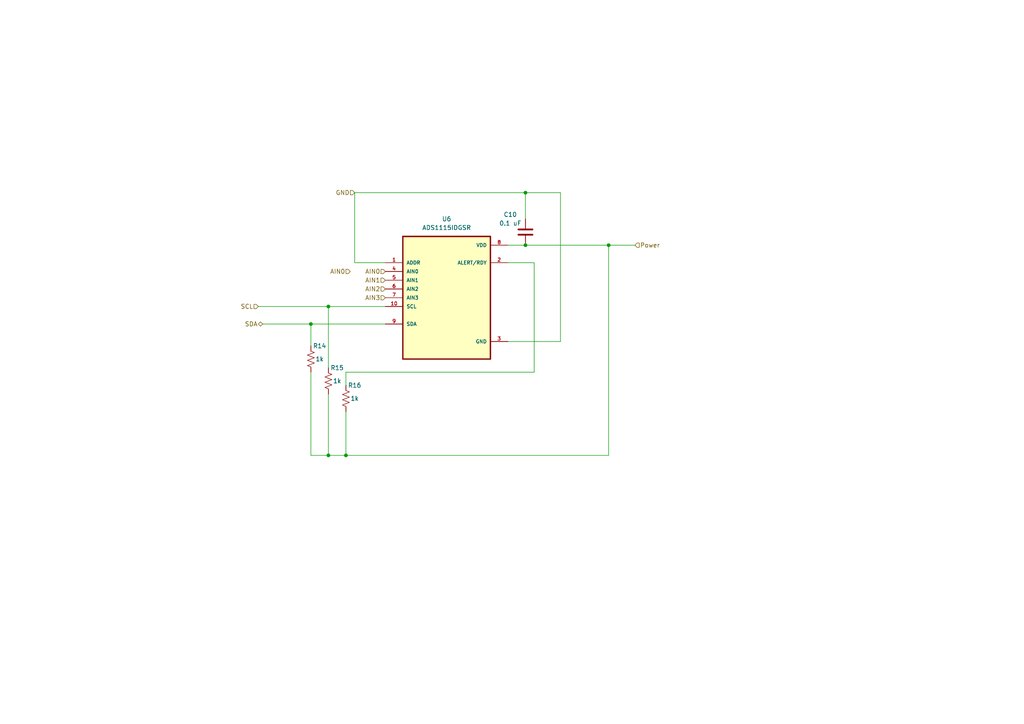
<source format=kicad_sch>
(kicad_sch (version 20230121) (generator eeschema)

  (uuid 7ca11298-3d93-4f1f-a074-61d174cbd9c8)

  (paper "A4")

  (lib_symbols
    (symbol "Device:C" (pin_numbers hide) (pin_names (offset 0.254)) (in_bom yes) (on_board yes)
      (property "Reference" "C" (at 0.635 2.54 0)
        (effects (font (size 1.27 1.27)) (justify left))
      )
      (property "Value" "C" (at 0.635 -2.54 0)
        (effects (font (size 1.27 1.27)) (justify left))
      )
      (property "Footprint" "" (at 0.9652 -3.81 0)
        (effects (font (size 1.27 1.27)) hide)
      )
      (property "Datasheet" "~" (at 0 0 0)
        (effects (font (size 1.27 1.27)) hide)
      )
      (property "ki_keywords" "cap capacitor" (at 0 0 0)
        (effects (font (size 1.27 1.27)) hide)
      )
      (property "ki_description" "Unpolarized capacitor" (at 0 0 0)
        (effects (font (size 1.27 1.27)) hide)
      )
      (property "ki_fp_filters" "C_*" (at 0 0 0)
        (effects (font (size 1.27 1.27)) hide)
      )
      (symbol "C_0_1"
        (polyline
          (pts
            (xy -2.032 -0.762)
            (xy 2.032 -0.762)
          )
          (stroke (width 0.508) (type default))
          (fill (type none))
        )
        (polyline
          (pts
            (xy -2.032 0.762)
            (xy 2.032 0.762)
          )
          (stroke (width 0.508) (type default))
          (fill (type none))
        )
      )
      (symbol "C_1_1"
        (pin passive line (at 0 3.81 270) (length 2.794)
          (name "~" (effects (font (size 1.27 1.27))))
          (number "1" (effects (font (size 1.27 1.27))))
        )
        (pin passive line (at 0 -3.81 90) (length 2.794)
          (name "~" (effects (font (size 1.27 1.27))))
          (number "2" (effects (font (size 1.27 1.27))))
        )
      )
    )
    (symbol "Device:R_US" (pin_numbers hide) (pin_names (offset 0)) (in_bom yes) (on_board yes)
      (property "Reference" "R" (at 2.54 0 90)
        (effects (font (size 1.27 1.27)))
      )
      (property "Value" "R_US" (at -2.54 0 90)
        (effects (font (size 1.27 1.27)))
      )
      (property "Footprint" "" (at 1.016 -0.254 90)
        (effects (font (size 1.27 1.27)) hide)
      )
      (property "Datasheet" "~" (at 0 0 0)
        (effects (font (size 1.27 1.27)) hide)
      )
      (property "ki_keywords" "R res resistor" (at 0 0 0)
        (effects (font (size 1.27 1.27)) hide)
      )
      (property "ki_description" "Resistor, US symbol" (at 0 0 0)
        (effects (font (size 1.27 1.27)) hide)
      )
      (property "ki_fp_filters" "R_*" (at 0 0 0)
        (effects (font (size 1.27 1.27)) hide)
      )
      (symbol "R_US_0_1"
        (polyline
          (pts
            (xy 0 -2.286)
            (xy 0 -2.54)
          )
          (stroke (width 0) (type default))
          (fill (type none))
        )
        (polyline
          (pts
            (xy 0 2.286)
            (xy 0 2.54)
          )
          (stroke (width 0) (type default))
          (fill (type none))
        )
        (polyline
          (pts
            (xy 0 -0.762)
            (xy 1.016 -1.143)
            (xy 0 -1.524)
            (xy -1.016 -1.905)
            (xy 0 -2.286)
          )
          (stroke (width 0) (type default))
          (fill (type none))
        )
        (polyline
          (pts
            (xy 0 0.762)
            (xy 1.016 0.381)
            (xy 0 0)
            (xy -1.016 -0.381)
            (xy 0 -0.762)
          )
          (stroke (width 0) (type default))
          (fill (type none))
        )
        (polyline
          (pts
            (xy 0 2.286)
            (xy 1.016 1.905)
            (xy 0 1.524)
            (xy -1.016 1.143)
            (xy 0 0.762)
          )
          (stroke (width 0) (type default))
          (fill (type none))
        )
      )
      (symbol "R_US_1_1"
        (pin passive line (at 0 3.81 270) (length 1.27)
          (name "~" (effects (font (size 1.27 1.27))))
          (number "1" (effects (font (size 1.27 1.27))))
        )
        (pin passive line (at 0 -3.81 90) (length 1.27)
          (name "~" (effects (font (size 1.27 1.27))))
          (number "2" (effects (font (size 1.27 1.27))))
        )
      )
    )
    (symbol "symbols:ADS1115IDGSR" (pin_names (offset 1.016)) (in_bom yes) (on_board yes)
      (property "Reference" "U" (at -12.7 18.78 0)
        (effects (font (size 1.27 1.27)) (justify left bottom))
      )
      (property "Value" "ADS1115IDGSR" (at -12.7 -21.78 0)
        (effects (font (size 1.27 1.27)) (justify left bottom))
      )
      (property "Footprint" "ADS1115IDGSR:SOP50P490X110-10N" (at 0 0 0)
        (effects (font (size 1.27 1.27)) (justify bottom) hide)
      )
      (property "Datasheet" "" (at 0 0 0)
        (effects (font (size 1.27 1.27)) hide)
      )
      (symbol "ADS1115IDGSR_0_0"
        (rectangle (start -12.7 -17.78) (end 12.7 17.78)
          (stroke (width 0.41) (type default))
          (fill (type background))
        )
        (pin input line (at -17.78 10.16 0) (length 5.08)
          (name "ADDR" (effects (font (size 1.016 1.016))))
          (number "1" (effects (font (size 1.016 1.016))))
        )
        (pin input line (at -17.78 -2.54 0) (length 5.08)
          (name "SCL" (effects (font (size 1.016 1.016))))
          (number "10" (effects (font (size 1.016 1.016))))
        )
        (pin output line (at 17.78 10.16 180) (length 5.08)
          (name "ALERT/RDY" (effects (font (size 1.016 1.016))))
          (number "2" (effects (font (size 1.016 1.016))))
        )
        (pin power_in line (at 17.78 -12.7 180) (length 5.08)
          (name "GND" (effects (font (size 1.016 1.016))))
          (number "3" (effects (font (size 1.016 1.016))))
        )
        (pin input line (at -17.78 7.62 0) (length 5.08)
          (name "AIN0" (effects (font (size 1.016 1.016))))
          (number "4" (effects (font (size 1.016 1.016))))
        )
        (pin input line (at -17.78 5.08 0) (length 5.08)
          (name "AIN1" (effects (font (size 1.016 1.016))))
          (number "5" (effects (font (size 1.016 1.016))))
        )
        (pin input line (at -17.78 2.54 0) (length 5.08)
          (name "AIN2" (effects (font (size 1.016 1.016))))
          (number "6" (effects (font (size 1.016 1.016))))
        )
        (pin input line (at -17.78 0 0) (length 5.08)
          (name "AIN3" (effects (font (size 1.016 1.016))))
          (number "7" (effects (font (size 1.016 1.016))))
        )
        (pin power_in line (at 17.78 15.24 180) (length 5.08)
          (name "VDD" (effects (font (size 1.016 1.016))))
          (number "8" (effects (font (size 1.016 1.016))))
        )
        (pin bidirectional line (at -17.78 -7.62 0) (length 5.08)
          (name "SDA" (effects (font (size 1.016 1.016))))
          (number "9" (effects (font (size 1.016 1.016))))
        )
      )
    )
  )

  (junction (at 176.53 71.12) (diameter 0) (color 0 0 0 0)
    (uuid 04a20b20-4333-47b5-b291-1cdf64b896d4)
  )
  (junction (at 152.4 71.12) (diameter 0) (color 0 0 0 0)
    (uuid 26b623d5-6d36-497a-8ffe-0a5117c1e243)
  )
  (junction (at 90.17 93.98) (diameter 0) (color 0 0 0 0)
    (uuid 2c7f94be-7728-4097-8a73-5bb29f272b97)
  )
  (junction (at 95.25 88.9) (diameter 0) (color 0 0 0 0)
    (uuid 31851528-2225-4320-aa9a-440def8961f4)
  )
  (junction (at 152.4 55.88) (diameter 0) (color 0 0 0 0)
    (uuid 5a1afb6f-3637-4ae9-9893-b4bce63dffb5)
  )
  (junction (at 100.33 132.08) (diameter 0) (color 0 0 0 0)
    (uuid 7f8e99c0-da4c-4838-9de2-ec13448d0f92)
  )
  (junction (at 95.25 132.08) (diameter 0) (color 0 0 0 0)
    (uuid c1089a58-3acb-49cc-af89-08622d92cf67)
  )

  (wire (pts (xy 76.2 93.98) (xy 90.17 93.98))
    (stroke (width 0) (type default))
    (uuid 1cb843cf-5223-4244-a3fa-62b6cc9e0c7e)
  )
  (wire (pts (xy 176.53 71.12) (xy 152.4 71.12))
    (stroke (width 0) (type default))
    (uuid 1e7839b8-d8a7-4252-8305-4ba52b69be2a)
  )
  (wire (pts (xy 152.4 55.88) (xy 152.4 63.5))
    (stroke (width 0) (type default))
    (uuid 298f956d-34bc-45e6-b26e-729f32b8a21a)
  )
  (wire (pts (xy 90.17 107.95) (xy 90.17 132.08))
    (stroke (width 0) (type default))
    (uuid 2f37b992-73fe-4e30-ac34-2a29b6ef8857)
  )
  (wire (pts (xy 176.53 71.12) (xy 176.53 132.08))
    (stroke (width 0) (type default))
    (uuid 3136a291-b664-4d1b-a470-06bcd5418d71)
  )
  (wire (pts (xy 154.94 76.2) (xy 147.32 76.2))
    (stroke (width 0) (type default))
    (uuid 355a7531-a1a7-4375-8d64-1a3b0af1c058)
  )
  (wire (pts (xy 74.93 88.9) (xy 95.25 88.9))
    (stroke (width 0) (type default))
    (uuid 3f3c9d0e-a638-4e31-bb82-a336c8808f28)
  )
  (wire (pts (xy 100.33 132.08) (xy 100.33 119.38))
    (stroke (width 0) (type default))
    (uuid 4e348c95-c90d-4e22-8124-a310a9f7e24c)
  )
  (wire (pts (xy 154.94 76.2) (xy 154.94 107.95))
    (stroke (width 0) (type default))
    (uuid 4f21629e-1688-4128-b11a-d5f554a5e414)
  )
  (wire (pts (xy 162.56 99.06) (xy 162.56 55.88))
    (stroke (width 0) (type default))
    (uuid 52daf27b-4327-4438-834a-ceda2295b2ae)
  )
  (wire (pts (xy 95.25 132.08) (xy 100.33 132.08))
    (stroke (width 0) (type default))
    (uuid 60f85382-a27f-4f94-afed-6f14f9df4776)
  )
  (wire (pts (xy 102.87 76.2) (xy 111.76 76.2))
    (stroke (width 0) (type default))
    (uuid 65ad04f9-beba-4e95-88f1-244a613a4b98)
  )
  (wire (pts (xy 102.87 55.88) (xy 102.87 76.2))
    (stroke (width 0) (type default))
    (uuid 67ca954b-24fe-4d82-a4f5-40bbff0f4f0b)
  )
  (wire (pts (xy 90.17 93.98) (xy 111.76 93.98))
    (stroke (width 0) (type default))
    (uuid 7447baf6-bc03-4c42-9812-aef9e762ba84)
  )
  (wire (pts (xy 176.53 132.08) (xy 100.33 132.08))
    (stroke (width 0) (type default))
    (uuid 8582855c-7bc5-4360-9640-658371398d88)
  )
  (wire (pts (xy 147.32 99.06) (xy 162.56 99.06))
    (stroke (width 0) (type default))
    (uuid 95309a54-fa3f-4a26-81c4-7d0176f458e6)
  )
  (wire (pts (xy 95.25 88.9) (xy 95.25 106.68))
    (stroke (width 0) (type default))
    (uuid 9555180e-acc4-428c-a825-e3de79562642)
  )
  (wire (pts (xy 162.56 55.88) (xy 152.4 55.88))
    (stroke (width 0) (type default))
    (uuid 9572c0d3-3101-4163-858b-dea58a43b560)
  )
  (wire (pts (xy 90.17 93.98) (xy 90.17 100.33))
    (stroke (width 0) (type default))
    (uuid a77d5f48-c46b-4394-8305-05d3fedecc29)
  )
  (wire (pts (xy 90.17 132.08) (xy 95.25 132.08))
    (stroke (width 0) (type default))
    (uuid b9f7e859-b15b-4f14-a6da-b6d3884540d0)
  )
  (wire (pts (xy 152.4 55.88) (xy 102.87 55.88))
    (stroke (width 0) (type default))
    (uuid be9cb041-d6d7-4a5b-8056-20912859906f)
  )
  (wire (pts (xy 152.4 71.12) (xy 147.32 71.12))
    (stroke (width 0) (type default))
    (uuid ca0a6828-198e-4f26-9492-a764e78928fc)
  )
  (wire (pts (xy 95.25 114.3) (xy 95.25 132.08))
    (stroke (width 0) (type default))
    (uuid d887ff6d-9246-46c9-a182-5f13536bf69a)
  )
  (wire (pts (xy 154.94 107.95) (xy 100.33 107.95))
    (stroke (width 0) (type default))
    (uuid e9627b66-8fa1-4f09-952e-29ea97387461)
  )
  (wire (pts (xy 184.15 71.12) (xy 176.53 71.12))
    (stroke (width 0) (type default))
    (uuid eb291536-5e9d-43da-bcc8-4188c451e165)
  )
  (wire (pts (xy 95.25 88.9) (xy 111.76 88.9))
    (stroke (width 0) (type default))
    (uuid ebde93ee-46de-46e5-b122-ad852467638f)
  )
  (wire (pts (xy 100.33 107.95) (xy 100.33 111.76))
    (stroke (width 0) (type default))
    (uuid f14317f2-44e6-4a5d-ba8d-e9158219cb0a)
  )

  (hierarchical_label "AIN3" (shape input) (at 111.76 86.36 180) (fields_autoplaced)
    (effects (font (size 1.27 1.27)) (justify right))
    (uuid 01b71578-2d76-4476-a604-6f1701fcb4c3)
  )
  (hierarchical_label "GND" (shape input) (at 102.87 55.88 180) (fields_autoplaced)
    (effects (font (size 1.27 1.27)) (justify right))
    (uuid 085f206b-a369-4802-97ba-7bfaf6c517bc)
  )
  (hierarchical_label "AIN0" (shape input) (at 111.76 78.74 180) (fields_autoplaced)
    (effects (font (size 1.27 1.27)) (justify right))
    (uuid 3d3d8dd2-2622-4f87-9a8b-24de12abdf56)
  )
  (hierarchical_label "AIN1" (shape input) (at 111.76 81.28 180) (fields_autoplaced)
    (effects (font (size 1.27 1.27)) (justify right))
    (uuid 3fe7d04a-a71a-4d31-b0c5-4c5eb43d67ff)
  )
  (hierarchical_label "AIN0" (shape input) (at 101.6 78.74 180) (fields_autoplaced)
    (effects (font (size 1.27 1.27)) (justify right))
    (uuid 59569cc8-b08c-478d-ad03-4ffed0371bdd)
  )
  (hierarchical_label "Power" (shape input) (at 184.15 71.12 0) (fields_autoplaced)
    (effects (font (size 1.27 1.27)) (justify left))
    (uuid 72074f48-75ff-478e-96aa-df940e2ebdf6)
  )
  (hierarchical_label "SDA" (shape bidirectional) (at 76.2 93.98 180) (fields_autoplaced)
    (effects (font (size 1.27 1.27)) (justify right))
    (uuid 83d2b7ff-a682-439d-8026-f6924c09df74)
  )
  (hierarchical_label "SCL" (shape input) (at 74.93 88.9 180) (fields_autoplaced)
    (effects (font (size 1.27 1.27)) (justify right))
    (uuid 9f2dd3d6-944e-4798-9b74-b1e47eedd9ff)
  )
  (hierarchical_label "AIN2" (shape input) (at 111.76 83.82 180) (fields_autoplaced)
    (effects (font (size 1.27 1.27)) (justify right))
    (uuid d86c6037-7698-447e-980e-70a84d608f18)
  )

  (symbol (lib_id "symbols:ADS1115IDGSR") (at 129.54 86.36 0) (unit 1)
    (in_bom yes) (on_board yes) (dnp no) (fields_autoplaced)
    (uuid 028fea60-4c77-4017-b10e-fa5e0894b788)
    (property "Reference" "U6" (at 129.54 63.5 0)
      (effects (font (size 1.27 1.27)))
    )
    (property "Value" "ADS1115IDGSR" (at 129.54 66.04 0)
      (effects (font (size 1.27 1.27)))
    )
    (property "Footprint" "ADS1115IDGSR:SOP50P490X110-10N" (at 129.54 86.36 0)
      (effects (font (size 1.27 1.27)) (justify bottom) hide)
    )
    (property "Datasheet" "" (at 129.54 86.36 0)
      (effects (font (size 1.27 1.27)) hide)
    )
    (pin "7" (uuid 5accac5c-677d-4bc2-99f9-a0c2d3366ee2))
    (pin "3" (uuid 61828630-1a03-4e25-b07c-0dc962230fbe))
    (pin "1" (uuid 765df706-2da4-47d5-a2d9-1d02bbafc81c))
    (pin "10" (uuid 622c420f-32bf-4cfa-b06e-517204b2c5dd))
    (pin "4" (uuid 40ce0ac7-14f8-4705-b865-fcb2153bab09))
    (pin "5" (uuid 19059fcc-d62d-4128-a948-cc41bbc04bfd))
    (pin "2" (uuid 58d180ee-2b5a-4c03-a219-19b145ebd612))
    (pin "6" (uuid 3a97751f-1899-49dd-8ca2-3727260c5860))
    (pin "9" (uuid 018f056c-8f3f-49c3-bad1-b23b0d86b4ae))
    (pin "8" (uuid 10f34955-0aa3-4324-ba3f-c1d862d43bd5))
    (instances
      (project "TR_EMG"
        (path "/c6167f6f-8a8c-40a1-9c06-7f0e8ea44639/c018842c-498f-47c8-a015-784e87d3039e"
          (reference "U6") (unit 1)
        )
      )
    )
  )

  (symbol (lib_id "Device:R_US") (at 100.33 115.57 180) (unit 1)
    (in_bom yes) (on_board yes) (dnp no)
    (uuid 79713524-0a2f-4ad5-a1a9-64f0c7ee47ee)
    (property "Reference" "R16" (at 102.87 111.76 0)
      (effects (font (size 1.27 1.27)))
    )
    (property "Value" "1k" (at 102.87 115.57 0)
      (effects (font (size 1.27 1.27)))
    )
    (property "Footprint" "" (at 99.314 115.316 90)
      (effects (font (size 1.27 1.27)) hide)
    )
    (property "Datasheet" "~" (at 100.33 115.57 0)
      (effects (font (size 1.27 1.27)) hide)
    )
    (pin "1" (uuid 0c01eeab-b8d1-4656-8b00-ade9698aa961))
    (pin "2" (uuid e3629a5b-8db8-42fb-8f43-709ba8eeb980))
    (instances
      (project "TR_EMG"
        (path "/c6167f6f-8a8c-40a1-9c06-7f0e8ea44639/c018842c-498f-47c8-a015-784e87d3039e"
          (reference "R16") (unit 1)
        )
      )
    )
  )

  (symbol (lib_id "Device:C") (at 152.4 67.31 0) (unit 1)
    (in_bom yes) (on_board yes) (dnp no)
    (uuid 8c22201b-07dc-4225-9f10-4ffc1bd2296d)
    (property "Reference" "C10" (at 146.05 62.23 0)
      (effects (font (size 1.27 1.27)) (justify left))
    )
    (property "Value" "0.1 uF" (at 144.78 64.77 0)
      (effects (font (size 1.27 1.27)) (justify left))
    )
    (property "Footprint" "" (at 153.3652 71.12 0)
      (effects (font (size 1.27 1.27)) hide)
    )
    (property "Datasheet" "~" (at 152.4 67.31 0)
      (effects (font (size 1.27 1.27)) hide)
    )
    (pin "2" (uuid 479e0b3c-76cb-4abb-a20b-33a4b14d0348))
    (pin "1" (uuid 86ec03eb-f53e-4aec-a98d-c011118e3bcd))
    (instances
      (project "TR_EMG"
        (path "/c6167f6f-8a8c-40a1-9c06-7f0e8ea44639/c018842c-498f-47c8-a015-784e87d3039e"
          (reference "C10") (unit 1)
        )
      )
    )
  )

  (symbol (lib_id "Device:R_US") (at 90.17 104.14 180) (unit 1)
    (in_bom yes) (on_board yes) (dnp no)
    (uuid e0d16f12-5c17-4ccf-9863-d38abcf07ca4)
    (property "Reference" "R14" (at 92.71 100.33 0)
      (effects (font (size 1.27 1.27)))
    )
    (property "Value" "1k" (at 92.71 104.14 0)
      (effects (font (size 1.27 1.27)))
    )
    (property "Footprint" "" (at 89.154 103.886 90)
      (effects (font (size 1.27 1.27)) hide)
    )
    (property "Datasheet" "~" (at 90.17 104.14 0)
      (effects (font (size 1.27 1.27)) hide)
    )
    (pin "1" (uuid 5fb1a09f-859b-4858-b30f-f9436a1f7755))
    (pin "2" (uuid 1fdc3fcd-814d-4619-a184-ca9fa26c9de3))
    (instances
      (project "TR_EMG"
        (path "/c6167f6f-8a8c-40a1-9c06-7f0e8ea44639/c018842c-498f-47c8-a015-784e87d3039e"
          (reference "R14") (unit 1)
        )
      )
    )
  )

  (symbol (lib_id "Device:R_US") (at 95.25 110.49 180) (unit 1)
    (in_bom yes) (on_board yes) (dnp no)
    (uuid faa71c8d-02a0-4508-9278-617f539225c2)
    (property "Reference" "R15" (at 97.79 106.68 0)
      (effects (font (size 1.27 1.27)))
    )
    (property "Value" "1k" (at 97.79 110.49 0)
      (effects (font (size 1.27 1.27)))
    )
    (property "Footprint" "" (at 94.234 110.236 90)
      (effects (font (size 1.27 1.27)) hide)
    )
    (property "Datasheet" "~" (at 95.25 110.49 0)
      (effects (font (size 1.27 1.27)) hide)
    )
    (pin "1" (uuid c995c7fc-9a6f-43cb-9606-4ce1977b13fc))
    (pin "2" (uuid 43bb9a38-0cc4-4c34-ba10-bc7c44489e7f))
    (instances
      (project "TR_EMG"
        (path "/c6167f6f-8a8c-40a1-9c06-7f0e8ea44639/c018842c-498f-47c8-a015-784e87d3039e"
          (reference "R15") (unit 1)
        )
      )
    )
  )
)

</source>
